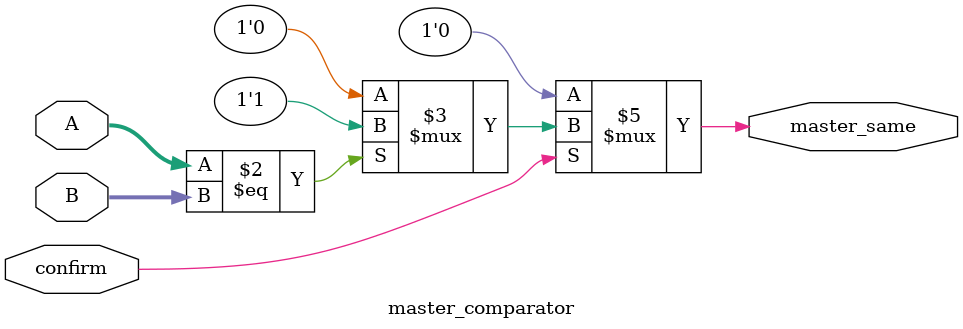
<source format=v>

module master_comparator(/*AUTOARG*/
    // Outputs
    master_same,
    // Inputs
    A, B, confirm
    );
    
    input [127:0] A;
    input [127:0] B;
    input confirm;
    output reg master_same;

    always @ (*) begin
        if (confirm) begin
            master_same = (A == B) ? 1'b1 : 1'b0;
        end
        else begin
            master_same = 0;
        end
    end
endmodule
</source>
